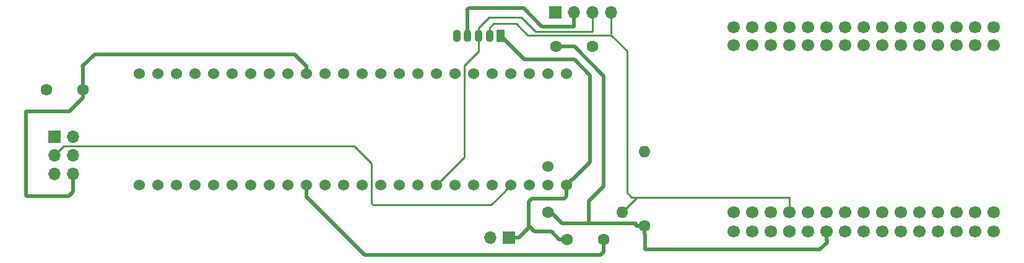
<source format=gbr>
G04 #@! TF.GenerationSoftware,KiCad,Pcbnew,(5.1.4)-1*
G04 #@! TF.CreationDate,2019-11-19T17:41:37+01:00*
G04 #@! TF.ProjectId,DNMS,444e4d53-2e6b-4696-9361-645f70636258,0.9.0*
G04 #@! TF.SameCoordinates,Original*
G04 #@! TF.FileFunction,Copper,L1,Top*
G04 #@! TF.FilePolarity,Positive*
%FSLAX46Y46*%
G04 Gerber Fmt 4.6, Leading zero omitted, Abs format (unit mm)*
G04 Created by KiCad (PCBNEW (5.1.4)-1) date 2019-11-19 17:41:37*
%MOMM*%
%LPD*%
G04 APERTURE LIST*
%ADD10O,1.700000X1.700000*%
%ADD11R,1.700000X1.700000*%
%ADD12C,1.530000*%
%ADD13C,1.524000*%
%ADD14O,1.100000X1.700000*%
%ADD15C,0.100000*%
%ADD16C,1.100000*%
%ADD17C,1.600000*%
%ADD18C,1.700000*%
%ADD19C,1.740000*%
%ADD20O,1.600000X1.600000*%
%ADD21C,0.500000*%
%ADD22C,0.250000*%
G04 APERTURE END LIST*
D10*
X58805600Y-79870300D03*
X56265600Y-79870300D03*
X58805600Y-77330300D03*
X56265600Y-77330300D03*
X58805600Y-74790300D03*
D11*
X56265600Y-74790300D03*
D12*
X126302800Y-66192400D03*
X123762800Y-66192400D03*
X121222800Y-66192400D03*
X118682800Y-66192400D03*
X116142800Y-66192400D03*
X113602800Y-66192400D03*
X111062800Y-66192400D03*
X108522800Y-66192400D03*
X105982800Y-66192400D03*
X103442800Y-66192400D03*
X100902800Y-66192400D03*
X98362800Y-66192400D03*
X95822800Y-66192400D03*
X93282800Y-66192400D03*
X90742800Y-66192400D03*
X88202800Y-66192400D03*
X93282800Y-81432400D03*
X95822800Y-81432400D03*
X98362800Y-81432400D03*
X100902800Y-81432400D03*
X103442800Y-81432400D03*
X105982800Y-81432400D03*
X108522800Y-81432400D03*
X111062800Y-81432400D03*
X113602800Y-81432400D03*
X116142800Y-81432400D03*
X118682800Y-81432400D03*
X121222800Y-81432400D03*
X123762800Y-81432400D03*
X126302800Y-81432400D03*
X85662800Y-66192400D03*
X83122800Y-66192400D03*
X80582800Y-66192400D03*
X78042800Y-66192400D03*
X75502800Y-66192400D03*
X72962800Y-66192400D03*
X70422800Y-66192400D03*
X67882800Y-66192400D03*
X90742800Y-81432400D03*
X88202800Y-81432400D03*
X85662800Y-81432400D03*
X67882800Y-81432400D03*
X70422800Y-81432400D03*
X72962800Y-81432400D03*
X75502800Y-81432400D03*
X78042800Y-81432400D03*
X80582800Y-81432400D03*
X83122800Y-81432400D03*
D13*
X123762800Y-78892400D03*
D14*
X111276880Y-60990480D03*
X112776880Y-60990480D03*
X114276880Y-60990480D03*
X115776880Y-60990480D03*
D15*
G36*
X117681029Y-60141259D02*
G01*
X117696726Y-60143587D01*
X117712119Y-60147443D01*
X117727060Y-60152789D01*
X117741405Y-60159573D01*
X117755016Y-60167731D01*
X117767761Y-60177184D01*
X117779519Y-60187841D01*
X117790176Y-60199599D01*
X117799629Y-60212344D01*
X117807787Y-60225955D01*
X117814571Y-60240300D01*
X117819917Y-60255241D01*
X117823773Y-60270634D01*
X117826101Y-60286331D01*
X117826880Y-60302180D01*
X117826880Y-61678780D01*
X117826101Y-61694629D01*
X117823773Y-61710326D01*
X117819917Y-61725719D01*
X117814571Y-61740660D01*
X117807787Y-61755005D01*
X117799629Y-61768616D01*
X117790176Y-61781361D01*
X117779519Y-61793119D01*
X117767761Y-61803776D01*
X117755016Y-61813229D01*
X117741405Y-61821387D01*
X117727060Y-61828171D01*
X117712119Y-61833517D01*
X117696726Y-61837373D01*
X117681029Y-61839701D01*
X117665180Y-61840480D01*
X116888580Y-61840480D01*
X116872731Y-61839701D01*
X116857034Y-61837373D01*
X116841641Y-61833517D01*
X116826700Y-61828171D01*
X116812355Y-61821387D01*
X116798744Y-61813229D01*
X116785999Y-61803776D01*
X116774241Y-61793119D01*
X116763584Y-61781361D01*
X116754131Y-61768616D01*
X116745973Y-61755005D01*
X116739189Y-61740660D01*
X116733843Y-61725719D01*
X116729987Y-61710326D01*
X116727659Y-61694629D01*
X116726880Y-61678780D01*
X116726880Y-60302180D01*
X116727659Y-60286331D01*
X116729987Y-60270634D01*
X116733843Y-60255241D01*
X116739189Y-60240300D01*
X116745973Y-60225955D01*
X116754131Y-60212344D01*
X116763584Y-60199599D01*
X116774241Y-60187841D01*
X116785999Y-60177184D01*
X116798744Y-60167731D01*
X116812355Y-60159573D01*
X116826700Y-60152789D01*
X116841641Y-60147443D01*
X116857034Y-60143587D01*
X116872731Y-60141259D01*
X116888580Y-60140480D01*
X117665180Y-60140480D01*
X117681029Y-60141259D01*
X117681029Y-60141259D01*
G37*
D16*
X117276880Y-60990480D03*
D17*
X131398020Y-88823800D03*
X126398020Y-88823800D03*
X129805440Y-62476380D03*
X124805440Y-62476380D03*
X55131480Y-68351400D03*
X60131480Y-68351400D03*
D18*
X149143720Y-87723980D03*
X151683720Y-87723980D03*
X154223720Y-87723980D03*
D19*
X156763720Y-87723980D03*
D18*
X159303720Y-87723980D03*
X161843720Y-87723980D03*
X164383720Y-87723980D03*
X166923720Y-87723980D03*
X169463720Y-87723980D03*
X172003720Y-87723980D03*
X174543720Y-87723980D03*
X177083720Y-87723980D03*
X179623720Y-87723980D03*
X182163720Y-87723980D03*
X184703720Y-87723980D03*
X184703720Y-59783980D03*
X182163720Y-59783980D03*
X179623720Y-59783980D03*
X177083720Y-59783980D03*
X174543720Y-59783980D03*
X172003720Y-59783980D03*
X169463720Y-59783980D03*
X166923720Y-59783980D03*
X164383720Y-59783980D03*
X161843720Y-59783980D03*
X159303720Y-59783980D03*
X156763720Y-59783980D03*
X154223720Y-59783980D03*
X151683720Y-59783980D03*
X149143720Y-59783980D03*
X151648160Y-85163660D03*
X156728160Y-85163660D03*
X154188160Y-85163660D03*
X174508160Y-85163660D03*
X171968160Y-85163660D03*
X166888160Y-85163660D03*
X169428160Y-85163660D03*
X184668160Y-85163660D03*
X164348160Y-85163660D03*
X159268160Y-85163660D03*
X161808160Y-85163660D03*
X177048160Y-85163660D03*
X182128160Y-85163660D03*
X179588160Y-85163660D03*
X149108160Y-85163660D03*
X184668160Y-62303660D03*
X182128160Y-62303660D03*
X179588160Y-62303660D03*
X177048160Y-62303660D03*
X174508160Y-62303660D03*
X171968160Y-62303660D03*
X169428160Y-62303660D03*
X166888160Y-62303660D03*
X164348160Y-62303660D03*
X161808160Y-62303660D03*
X159268160Y-62303660D03*
X156728160Y-62303660D03*
X154188160Y-62303660D03*
X151648160Y-62303660D03*
X149108160Y-62303660D03*
D20*
X133918960Y-85107780D03*
D17*
X123758960Y-85107780D03*
D20*
X136982200Y-76835000D03*
D17*
X136982200Y-86995000D03*
D10*
X132410200Y-57820560D03*
X129870200Y-57820560D03*
X127330200Y-57820560D03*
D11*
X124790200Y-57820560D03*
D10*
X115900200Y-88620600D03*
D11*
X118440200Y-88620600D03*
D21*
X126302800Y-65979020D02*
X126302800Y-66192400D01*
X131398020Y-90519240D02*
X131398020Y-88823800D01*
X130952270Y-90964990D02*
X131398020Y-90519240D01*
X127330200Y-59664600D02*
X127330200Y-57820560D01*
X112776880Y-57377720D02*
X112953800Y-57200800D01*
X112776880Y-60990480D02*
X112776880Y-57377720D01*
X112953800Y-57200800D02*
X120421400Y-57200800D01*
X120421400Y-57200800D02*
X122910600Y-59690000D01*
X122910600Y-59690000D02*
X127304800Y-59690000D01*
X127304800Y-59690000D02*
X127330200Y-59664600D01*
X90742800Y-82985580D02*
X98722210Y-90964990D01*
X90742800Y-81432400D02*
X90742800Y-82985580D01*
X98722210Y-90964990D02*
X130952270Y-90964990D01*
X125714760Y-86657180D02*
X123758960Y-84701380D01*
X161843720Y-88926061D02*
X161897060Y-88979401D01*
X161843720Y-87723980D02*
X161843720Y-88926061D01*
X161897060Y-89237820D02*
X160906460Y-90228420D01*
X161897060Y-88979401D02*
X161897060Y-89237820D01*
X136999980Y-88144150D02*
X136999980Y-90228420D01*
X136982200Y-88126370D02*
X136999980Y-88144150D01*
X136982200Y-86995000D02*
X136982200Y-88126370D01*
X160906460Y-90228420D02*
X136999980Y-90228420D01*
X125915420Y-86657180D02*
X125714760Y-86657180D01*
X129293620Y-86657180D02*
X125915420Y-86657180D01*
X133629400Y-86657180D02*
X129293620Y-86657180D01*
X135782250Y-86657180D02*
X133629400Y-86657180D01*
X135782250Y-86926420D02*
X135782250Y-86657180D01*
X135850830Y-86995000D02*
X135782250Y-86926420D01*
X136982200Y-86995000D02*
X135850830Y-86995000D01*
X127373380Y-62476380D02*
X124805440Y-62476380D01*
X131368800Y-66471800D02*
X127373380Y-62476380D01*
X131368800Y-81534000D02*
X131368800Y-66471800D01*
X129293620Y-86657180D02*
X129293620Y-83609180D01*
X129293620Y-83609180D02*
X131368800Y-81534000D01*
D22*
X156728160Y-83088480D02*
X156728160Y-85163660D01*
X156753560Y-83063080D02*
X156728160Y-83088480D01*
X135945880Y-83063080D02*
X156753560Y-83063080D01*
X149143720Y-62318900D02*
X149141180Y-62321440D01*
D21*
X60131480Y-68351400D02*
X60131480Y-65237360D01*
X60131480Y-65237360D02*
X60083220Y-65189100D01*
X58805600Y-82351880D02*
X58805600Y-79870300D01*
X58206160Y-82951320D02*
X58805600Y-82351880D01*
X126302800Y-82917000D02*
X126302800Y-81432400D01*
X126238000Y-82981800D02*
X126302800Y-82917000D01*
X125266650Y-88823800D02*
X124225250Y-87782400D01*
X126398020Y-88823800D02*
X125266650Y-88823800D01*
X124225250Y-87782400D02*
X121920000Y-87782400D01*
X121920000Y-87782400D02*
X121132600Y-86995000D01*
X121132600Y-86995000D02*
X121132600Y-83667600D01*
X121564400Y-83235800D02*
X121132600Y-83667600D01*
X126302800Y-82917000D02*
X125984000Y-83235800D01*
X125984000Y-83235800D02*
X121564400Y-83235800D01*
X119790200Y-88620600D02*
X118440200Y-88620600D01*
X121132600Y-87278200D02*
X119790200Y-88620600D01*
X121132600Y-86995000D02*
X121132600Y-87278200D01*
X120497600Y-64211200D02*
X117276880Y-60990480D01*
X127067799Y-80667401D02*
X127155399Y-80667401D01*
X126302800Y-81432400D02*
X127067799Y-80667401D01*
X127155399Y-80667401D02*
X129540000Y-78282800D01*
X129540000Y-78282800D02*
X129540000Y-66395600D01*
X129540000Y-66395600D02*
X127355600Y-64211200D01*
X127355600Y-64211200D02*
X120497600Y-64211200D01*
D22*
X134569200Y-82423000D02*
X134569200Y-63068200D01*
X135209280Y-83063080D02*
X134569200Y-82423000D01*
X135945880Y-83063080D02*
X135209280Y-83063080D01*
X132392420Y-60891420D02*
X134569200Y-63068200D01*
X134718959Y-84290001D02*
X135945880Y-83063080D01*
X134718959Y-84307781D02*
X134718959Y-84290001D01*
X133918960Y-85107780D02*
X134718959Y-84307781D01*
X115776880Y-59890480D02*
X115776880Y-60990480D01*
X116330420Y-59336940D02*
X115776880Y-59890480D01*
X119385080Y-59336940D02*
X116330420Y-59336940D01*
X120957340Y-60909200D02*
X119385080Y-59336940D01*
X132410200Y-57820560D02*
X132410200Y-60909200D01*
X132410200Y-60909200D02*
X120957340Y-60909200D01*
X120116600Y-58445400D02*
X122072400Y-60401200D01*
X115691920Y-58445400D02*
X120116600Y-58445400D01*
X114276880Y-59860440D02*
X115691920Y-58445400D01*
X114276880Y-60990480D02*
X114276880Y-59860440D01*
X122072400Y-60401200D02*
X129768600Y-60401200D01*
X129870200Y-60299600D02*
X129768600Y-60401200D01*
X129870200Y-57820560D02*
X129870200Y-60299600D01*
X112344200Y-77611000D02*
X108522800Y-81432400D01*
X112344200Y-65049400D02*
X112344200Y-77611000D01*
X114276880Y-60990480D02*
X114276880Y-63116720D01*
X114276880Y-63116720D02*
X112344200Y-65049400D01*
X117917801Y-82208799D02*
X117917801Y-82197399D01*
X115976400Y-84150200D02*
X117917801Y-82208799D01*
X99872800Y-84150200D02*
X115976400Y-84150200D01*
X57505600Y-76090300D02*
X57505600Y-76073000D01*
X56265600Y-77330300D02*
X57505600Y-76090300D01*
X57505600Y-76073000D02*
X97238198Y-76073000D01*
X97238198Y-76073000D02*
X99644200Y-78479002D01*
X99644200Y-78479002D02*
X99644200Y-83921600D01*
X117917801Y-82197399D02*
X118682800Y-81432400D01*
X99644200Y-83921600D02*
X99872800Y-84150200D01*
D21*
X90742800Y-65110527D02*
X89132273Y-63500000D01*
X90742800Y-66192400D02*
X90742800Y-65110527D01*
X61772320Y-63500000D02*
X60083220Y-65189100D01*
X89132273Y-63500000D02*
X61772320Y-63500000D01*
X60131480Y-69482770D02*
X58316450Y-71297800D01*
X60131480Y-68351400D02*
X60131480Y-69482770D01*
X58316450Y-71297800D02*
X52400200Y-71297800D01*
X52400200Y-71297800D02*
X52400200Y-82818760D01*
X52532760Y-82951320D02*
X52400200Y-82818760D01*
X58206160Y-82951320D02*
X52532760Y-82951320D01*
M02*

</source>
